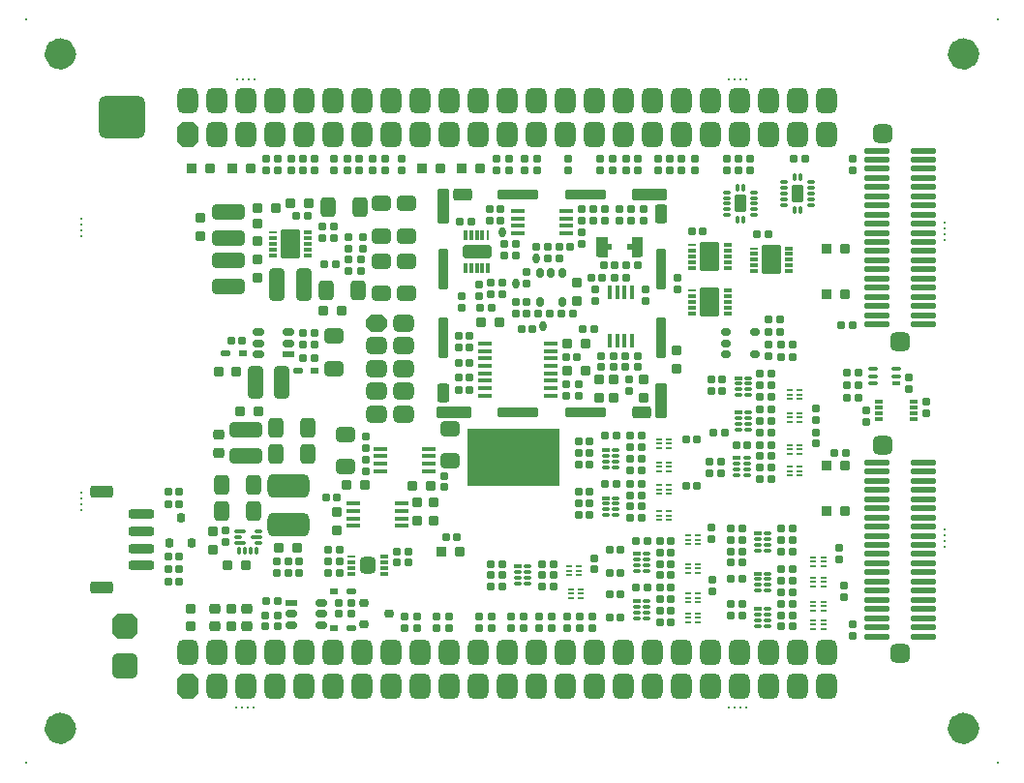
<source format=gbr>
%TF.GenerationSoftware,Altium Limited,Altium Designer,25.3.3 (18)*%
G04 Layer_Color=8388736*
%FSLAX45Y45*%
%MOMM*%
%TF.SameCoordinates,95E4F6BA-DA47-4B25-BB43-2529A7C35442*%
%TF.FilePolarity,Negative*%
%TF.FileFunction,Soldermask,Top*%
%TF.Part,CustomerPanel*%
G01*
G75*
%TA.AperFunction,SMDPad,CuDef*%
G04:AMPARAMS|DCode=97|XSize=1.73mm|YSize=1.33mm|CornerRadius=0.3525mm|HoleSize=0mm|Usage=FLASHONLY|Rotation=0.000|XOffset=0mm|YOffset=0mm|HoleType=Round|Shape=RoundedRectangle|*
%AMROUNDEDRECTD97*
21,1,1.73000,0.62500,0,0,0.0*
21,1,1.02500,1.33000,0,0,0.0*
1,1,0.70500,0.51250,-0.31250*
1,1,0.70500,-0.51250,-0.31250*
1,1,0.70500,-0.51250,0.31250*
1,1,0.70500,0.51250,0.31250*
%
%ADD97ROUNDEDRECTD97*%
G04:AMPARAMS|DCode=98|XSize=1.73mm|YSize=1.33mm|CornerRadius=0.3525mm|HoleSize=0mm|Usage=FLASHONLY|Rotation=90.000|XOffset=0mm|YOffset=0mm|HoleType=Round|Shape=RoundedRectangle|*
%AMROUNDEDRECTD98*
21,1,1.73000,0.62500,0,0,90.0*
21,1,1.02500,1.33000,0,0,90.0*
1,1,0.70500,0.31250,0.51250*
1,1,0.70500,0.31250,-0.51250*
1,1,0.70500,-0.31250,-0.51250*
1,1,0.70500,-0.31250,0.51250*
%
%ADD98ROUNDEDRECTD98*%
%TA.AperFunction,WasherPad*%
G04:AMPARAMS|DCode=99|XSize=0.2032mm|YSize=0.2032mm|CornerRadius=0mm|HoleSize=0mm|Usage=FLASHONLY|Rotation=270.000|XOffset=0mm|YOffset=0mm|HoleType=Round|Shape=RoundedRectangle|*
%AMROUNDEDRECTD99*
21,1,0.20320,0.20320,0,0,270.0*
21,1,0.20320,0.20320,0,0,270.0*
1,1,0.00000,-0.10160,-0.10160*
1,1,0.00000,-0.10160,0.10160*
1,1,0.00000,0.10160,0.10160*
1,1,0.00000,0.10160,-0.10160*
%
%ADD99ROUNDEDRECTD99*%
G04:AMPARAMS|DCode=100|XSize=0.2032mm|YSize=0.2032mm|CornerRadius=0mm|HoleSize=0mm|Usage=FLASHONLY|Rotation=0.000|XOffset=0mm|YOffset=0mm|HoleType=Round|Shape=RoundedRectangle|*
%AMROUNDEDRECTD100*
21,1,0.20320,0.20320,0,0,0.0*
21,1,0.20320,0.20320,0,0,0.0*
1,1,0.00000,0.10160,-0.10160*
1,1,0.00000,-0.10160,-0.10160*
1,1,0.00000,-0.10160,0.10160*
1,1,0.00000,0.10160,0.10160*
%
%ADD100ROUNDEDRECTD100*%
%TA.AperFunction,ComponentPad*%
G04:AMPARAMS|DCode=101|XSize=1.63mm|YSize=1.68mm|CornerRadius=0.4275mm|HoleSize=0mm|Usage=FLASHONLY|Rotation=270.000|XOffset=0mm|YOffset=0mm|HoleType=Round|Shape=RoundedRectangle|*
%AMROUNDEDRECTD101*
21,1,1.63000,0.82500,0,0,270.0*
21,1,0.77500,1.68000,0,0,270.0*
1,1,0.85500,-0.41250,-0.38750*
1,1,0.85500,-0.41250,0.38750*
1,1,0.85500,0.41250,0.38750*
1,1,0.85500,0.41250,-0.38750*
%
%ADD101ROUNDEDRECTD101*%
G04:AMPARAMS|DCode=102|XSize=1.78mm|YSize=2.18mm|CornerRadius=0mm|HoleSize=0mm|Usage=FLASHONLY|Rotation=0.000|XOffset=0mm|YOffset=0mm|HoleType=Round|Shape=Octagon|*
%AMOCTAGOND102*
4,1,8,-0.44500,1.09000,0.44500,1.09000,0.89000,0.64500,0.89000,-0.64500,0.44500,-1.09000,-0.44500,-1.09000,-0.89000,-0.64500,-0.89000,0.64500,-0.44500,1.09000,0.0*
%
%ADD102OCTAGOND102*%

G04:AMPARAMS|DCode=103|XSize=1.78mm|YSize=2.18mm|CornerRadius=0.465mm|HoleSize=0mm|Usage=FLASHONLY|Rotation=0.000|XOffset=0mm|YOffset=0mm|HoleType=Round|Shape=RoundedRectangle|*
%AMROUNDEDRECTD103*
21,1,1.78000,1.25001,0,0,0.0*
21,1,0.85000,2.18000,0,0,0.0*
1,1,0.93000,0.42500,-0.62500*
1,1,0.93000,-0.42500,-0.62500*
1,1,0.93000,-0.42500,0.62500*
1,1,0.93000,0.42500,0.62500*
%
%ADD103ROUNDEDRECTD103*%
G04:AMPARAMS|DCode=104|XSize=1.48mm|YSize=1.78mm|CornerRadius=0.39mm|HoleSize=0mm|Usage=FLASHONLY|Rotation=270.000|XOffset=0mm|YOffset=0mm|HoleType=Round|Shape=RoundedRectangle|*
%AMROUNDEDRECTD104*
21,1,1.48000,1.00000,0,0,270.0*
21,1,0.70000,1.78000,0,0,270.0*
1,1,0.78000,-0.50000,-0.35000*
1,1,0.78000,-0.50000,0.35000*
1,1,0.78000,0.50000,0.35000*
1,1,0.78000,0.50000,-0.35000*
%
%ADD104ROUNDEDRECTD104*%
G04:AMPARAMS|DCode=105|XSize=1.48mm|YSize=1.78mm|CornerRadius=0mm|HoleSize=0mm|Usage=FLASHONLY|Rotation=270.000|XOffset=0mm|YOffset=0mm|HoleType=Round|Shape=Octagon|*
%AMOCTAGOND105*
4,1,8,0.89000,0.37000,0.89000,-0.37000,0.52000,-0.74000,-0.52000,-0.74000,-0.89000,-0.37000,-0.89000,0.37000,-0.52000,0.74000,0.52000,0.74000,0.89000,0.37000,0.0*
%
%ADD105OCTAGOND105*%

G04:AMPARAMS|DCode=106|XSize=4.08mm|YSize=3.68mm|CornerRadius=0.58mm|HoleSize=0mm|Usage=FLASHONLY|Rotation=0.000|XOffset=0mm|YOffset=0mm|HoleType=Round|Shape=RoundedRectangle|*
%AMROUNDEDRECTD106*
21,1,4.08000,2.52000,0,0,0.0*
21,1,2.92000,3.68000,0,0,0.0*
1,1,1.16000,1.46000,-1.26000*
1,1,1.16000,-1.46000,-1.26000*
1,1,1.16000,-1.46000,1.26000*
1,1,1.16000,1.46000,1.26000*
%
%ADD106ROUNDEDRECTD106*%
G04:AMPARAMS|DCode=107|XSize=2.28mm|YSize=2.28mm|CornerRadius=0.59mm|HoleSize=0mm|Usage=FLASHONLY|Rotation=270.000|XOffset=0mm|YOffset=0mm|HoleType=Round|Shape=RoundedRectangle|*
%AMROUNDEDRECTD107*
21,1,2.28000,1.10000,0,0,270.0*
21,1,1.10000,2.28000,0,0,270.0*
1,1,1.18000,-0.55000,-0.55000*
1,1,1.18000,-0.55000,0.55000*
1,1,1.18000,0.55000,0.55000*
1,1,1.18000,0.55000,-0.55000*
%
%ADD107ROUNDEDRECTD107*%
G04:AMPARAMS|DCode=108|XSize=2.28mm|YSize=2.28mm|CornerRadius=0mm|HoleSize=0mm|Usage=FLASHONLY|Rotation=270.000|XOffset=0mm|YOffset=0mm|HoleType=Round|Shape=Octagon|*
%AMOCTAGOND108*
4,1,8,-0.57000,-1.14000,0.57000,-1.14000,1.14000,-0.57000,1.14000,0.57000,0.57000,1.14000,-0.57000,1.14000,-1.14000,0.57000,-1.14000,-0.57000,-0.57000,-1.14000,0.0*
%
%ADD108OCTAGOND108*%

%TA.AperFunction,OtherPad,Pad P2-5 (11.624mm,28.7mm)*%
G04:AMPARAMS|DCode=578|XSize=2mm|YSize=1.1mm|CornerRadius=0.275mm|HoleSize=0mm|Usage=FLASHONLY|Rotation=180.000|XOffset=0mm|YOffset=0mm|HoleType=Round|Shape=RoundedRectangle|*
%AMROUNDEDRECTD578*
21,1,2.00000,0.55000,0,0,180.0*
21,1,1.45000,1.10000,0,0,180.0*
1,1,0.55000,-0.72500,0.27500*
1,1,0.55000,0.72500,0.27500*
1,1,0.55000,0.72500,-0.27500*
1,1,0.55000,-0.72500,-0.27500*
%
%ADD578ROUNDEDRECTD578*%
%TA.AperFunction,OtherPad,Pad P2-5 (11.624mm,20.3mm)*%
G04:AMPARAMS|DCode=579|XSize=2mm|YSize=1.1mm|CornerRadius=0.275mm|HoleSize=0mm|Usage=FLASHONLY|Rotation=180.000|XOffset=0mm|YOffset=0mm|HoleType=Round|Shape=RoundedRectangle|*
%AMROUNDEDRECTD579*
21,1,2.00000,0.55000,0,0,180.0*
21,1,1.45000,1.10000,0,0,180.0*
1,1,0.55000,-0.72500,0.27500*
1,1,0.55000,0.72500,0.27500*
1,1,0.55000,0.72500,-0.27500*
1,1,0.55000,-0.72500,-0.27500*
%
%ADD579ROUNDEDRECTD579*%
%TA.AperFunction,NonConductor*%
%ADD580C,2.14000*%
%TA.AperFunction,SMDPad,CuDef*%
%ADD581R,0.54000X0.17000*%
G04:AMPARAMS|DCode=582|XSize=0.17mm|YSize=0.54mm|CornerRadius=0.0475mm|HoleSize=0mm|Usage=FLASHONLY|Rotation=90.000|XOffset=0mm|YOffset=0mm|HoleType=Round|Shape=RoundedRectangle|*
%AMROUNDEDRECTD582*
21,1,0.17000,0.44500,0,0,90.0*
21,1,0.07500,0.54000,0,0,90.0*
1,1,0.09500,0.22250,0.03750*
1,1,0.09500,0.22250,-0.03750*
1,1,0.09500,-0.22250,-0.03750*
1,1,0.09500,-0.22250,0.03750*
%
%ADD582ROUNDEDRECTD582*%
G04:AMPARAMS|DCode=583|XSize=0.29mm|YSize=0.76mm|CornerRadius=0.0875mm|HoleSize=0mm|Usage=FLASHONLY|Rotation=90.000|XOffset=0mm|YOffset=0mm|HoleType=Round|Shape=RoundedRectangle|*
%AMROUNDEDRECTD583*
21,1,0.29000,0.58500,0,0,90.0*
21,1,0.11500,0.76000,0,0,90.0*
1,1,0.17500,0.29250,0.05750*
1,1,0.17500,0.29250,-0.05750*
1,1,0.17500,-0.29250,-0.05750*
1,1,0.17500,-0.29250,0.05750*
%
%ADD583ROUNDEDRECTD583*%
G04:AMPARAMS|DCode=584|XSize=2.56mm|YSize=1.71mm|CornerRadius=0.195mm|HoleSize=0mm|Usage=FLASHONLY|Rotation=90.000|XOffset=0mm|YOffset=0mm|HoleType=Round|Shape=RoundedRectangle|*
%AMROUNDEDRECTD584*
21,1,2.56000,1.32000,0,0,90.0*
21,1,2.17000,1.71000,0,0,90.0*
1,1,0.39000,0.66000,1.08500*
1,1,0.39000,0.66000,-1.08500*
1,1,0.39000,-0.66000,-1.08500*
1,1,0.39000,-0.66000,1.08500*
%
%ADD584ROUNDEDRECTD584*%
%ADD585R,0.76000X0.29000*%
G04:AMPARAMS|DCode=586|XSize=0.63mm|YSize=0.88mm|CornerRadius=0.1775mm|HoleSize=0mm|Usage=FLASHONLY|Rotation=0.000|XOffset=0mm|YOffset=0mm|HoleType=Round|Shape=RoundedRectangle|*
%AMROUNDEDRECTD586*
21,1,0.63000,0.52500,0,0,0.0*
21,1,0.27500,0.88000,0,0,0.0*
1,1,0.35500,0.13750,-0.26250*
1,1,0.35500,-0.13750,-0.26250*
1,1,0.35500,-0.13750,0.26250*
1,1,0.35500,0.13750,0.26250*
%
%ADD586ROUNDEDRECTD586*%
G04:AMPARAMS|DCode=587|XSize=0.29mm|YSize=0.73mm|CornerRadius=0.0875mm|HoleSize=0mm|Usage=FLASHONLY|Rotation=90.000|XOffset=0mm|YOffset=0mm|HoleType=Round|Shape=RoundedRectangle|*
%AMROUNDEDRECTD587*
21,1,0.29000,0.55500,0,0,90.0*
21,1,0.11500,0.73000,0,0,90.0*
1,1,0.17500,0.27750,0.05750*
1,1,0.17500,0.27750,-0.05750*
1,1,0.17500,-0.27750,-0.05750*
1,1,0.17500,-0.27750,0.05750*
%
%ADD587ROUNDEDRECTD587*%
G04:AMPARAMS|DCode=588|XSize=0.29mm|YSize=0.73mm|CornerRadius=0.0875mm|HoleSize=0mm|Usage=FLASHONLY|Rotation=0.000|XOffset=0mm|YOffset=0mm|HoleType=Round|Shape=RoundedRectangle|*
%AMROUNDEDRECTD588*
21,1,0.29000,0.55500,0,0,0.0*
21,1,0.11500,0.73000,0,0,0.0*
1,1,0.17500,0.05750,-0.27750*
1,1,0.17500,-0.05750,-0.27750*
1,1,0.17500,-0.05750,0.27750*
1,1,0.17500,0.05750,0.27750*
%
%ADD588ROUNDEDRECTD588*%
G04:AMPARAMS|DCode=589|XSize=1.06mm|YSize=1.56mm|CornerRadius=0.28mm|HoleSize=0mm|Usage=FLASHONLY|Rotation=0.000|XOffset=0mm|YOffset=0mm|HoleType=Round|Shape=RoundedRectangle|*
%AMROUNDEDRECTD589*
21,1,1.06000,1.00000,0,0,0.0*
21,1,0.50000,1.56000,0,0,0.0*
1,1,0.56000,0.25000,-0.50000*
1,1,0.56000,-0.25000,-0.50000*
1,1,0.56000,-0.25000,0.50000*
1,1,0.56000,0.25000,0.50000*
%
%ADD589ROUNDEDRECTD589*%
G04:AMPARAMS|DCode=590|XSize=0.3mm|YSize=0.66mm|CornerRadius=0.095mm|HoleSize=0mm|Usage=FLASHONLY|Rotation=90.000|XOffset=0mm|YOffset=0mm|HoleType=Round|Shape=RoundedRectangle|*
%AMROUNDEDRECTD590*
21,1,0.30000,0.47000,0,0,90.0*
21,1,0.11000,0.66000,0,0,90.0*
1,1,0.19000,0.23500,0.05500*
1,1,0.19000,0.23500,-0.05500*
1,1,0.19000,-0.23500,-0.05500*
1,1,0.19000,-0.23500,0.05500*
%
%ADD590ROUNDEDRECTD590*%
%ADD591R,0.66000X0.30000*%
G04:AMPARAMS|DCode=592|XSize=0.41mm|YSize=1.21mm|CornerRadius=0.1175mm|HoleSize=0mm|Usage=FLASHONLY|Rotation=90.000|XOffset=0mm|YOffset=0mm|HoleType=Round|Shape=RoundedRectangle|*
%AMROUNDEDRECTD592*
21,1,0.41000,0.97500,0,0,90.0*
21,1,0.17500,1.21000,0,0,90.0*
1,1,0.23500,0.48750,0.08750*
1,1,0.23500,0.48750,-0.08750*
1,1,0.23500,-0.48750,-0.08750*
1,1,0.23500,-0.48750,0.08750*
%
%ADD592ROUNDEDRECTD592*%
%ADD593R,1.21000X0.41000*%
G04:AMPARAMS|DCode=594|XSize=0.63mm|YSize=0.98mm|CornerRadius=0.1775mm|HoleSize=0mm|Usage=FLASHONLY|Rotation=270.000|XOffset=0mm|YOffset=0mm|HoleType=Round|Shape=RoundedRectangle|*
%AMROUNDEDRECTD594*
21,1,0.63000,0.62500,0,0,270.0*
21,1,0.27500,0.98000,0,0,270.0*
1,1,0.35500,-0.31250,-0.13750*
1,1,0.35500,-0.31250,0.13750*
1,1,0.35500,0.31250,0.13750*
1,1,0.35500,0.31250,-0.13750*
%
%ADD594ROUNDEDRECTD594*%
%ADD595R,0.98000X0.63000*%
G04:AMPARAMS|DCode=596|XSize=1.46mm|YSize=1.36mm|CornerRadius=0.355mm|HoleSize=0mm|Usage=FLASHONLY|Rotation=90.000|XOffset=0mm|YOffset=0mm|HoleType=Round|Shape=RoundedRectangle|*
%AMROUNDEDRECTD596*
21,1,1.46000,0.65000,0,0,90.0*
21,1,0.75000,1.36000,0,0,90.0*
1,1,0.71000,0.32500,0.37500*
1,1,0.71000,0.32500,-0.37500*
1,1,0.71000,-0.32500,-0.37500*
1,1,0.71000,-0.32500,0.37500*
%
%ADD596ROUNDEDRECTD596*%
%ADD597R,0.78000X0.41000*%
G04:AMPARAMS|DCode=598|XSize=0.41mm|YSize=0.78mm|CornerRadius=0.1225mm|HoleSize=0mm|Usage=FLASHONLY|Rotation=270.000|XOffset=0mm|YOffset=0mm|HoleType=Round|Shape=RoundedRectangle|*
%AMROUNDEDRECTD598*
21,1,0.41000,0.53500,0,0,270.0*
21,1,0.16500,0.78000,0,0,270.0*
1,1,0.24500,-0.26750,-0.08250*
1,1,0.24500,-0.26750,0.08250*
1,1,0.24500,0.26750,0.08250*
1,1,0.24500,0.26750,-0.08250*
%
%ADD598ROUNDEDRECTD598*%
G04:AMPARAMS|DCode=599|XSize=0.3mm|YSize=0.75mm|CornerRadius=0.0875mm|HoleSize=0mm|Usage=FLASHONLY|Rotation=90.000|XOffset=0mm|YOffset=0mm|HoleType=Round|Shape=RoundedRectangle|*
%AMROUNDEDRECTD599*
21,1,0.30000,0.57500,0,0,90.0*
21,1,0.12500,0.75000,0,0,90.0*
1,1,0.17500,0.28750,0.06250*
1,1,0.17500,0.28750,-0.06250*
1,1,0.17500,-0.28750,-0.06250*
1,1,0.17500,-0.28750,0.06250*
%
%ADD599ROUNDEDRECTD599*%
%ADD600R,0.75000X0.30000*%
G04:AMPARAMS|DCode=601|XSize=0.63mm|YSize=0.88mm|CornerRadius=0.1775mm|HoleSize=0mm|Usage=FLASHONLY|Rotation=90.000|XOffset=0mm|YOffset=0mm|HoleType=Round|Shape=RoundedRectangle|*
%AMROUNDEDRECTD601*
21,1,0.63000,0.52500,0,0,90.0*
21,1,0.27500,0.88000,0,0,90.0*
1,1,0.35500,0.26250,0.13750*
1,1,0.35500,0.26250,-0.13750*
1,1,0.35500,-0.26250,-0.13750*
1,1,0.35500,-0.26250,0.13750*
%
%ADD601ROUNDEDRECTD601*%
G04:AMPARAMS|DCode=602|XSize=0.3mm|YSize=0.63mm|CornerRadius=0.095mm|HoleSize=0mm|Usage=FLASHONLY|Rotation=180.000|XOffset=0mm|YOffset=0mm|HoleType=Round|Shape=RoundedRectangle|*
%AMROUNDEDRECTD602*
21,1,0.30000,0.44000,0,0,180.0*
21,1,0.11000,0.63000,0,0,180.0*
1,1,0.19000,-0.05500,0.22000*
1,1,0.19000,0.05500,0.22000*
1,1,0.19000,0.05500,-0.22000*
1,1,0.19000,-0.05500,-0.22000*
%
%ADD602ROUNDEDRECTD602*%
G04:AMPARAMS|DCode=603|XSize=0.28mm|YSize=1.08mm|CornerRadius=0.09mm|HoleSize=0mm|Usage=FLASHONLY|Rotation=270.000|XOffset=0mm|YOffset=0mm|HoleType=Round|Shape=RoundedRectangle|*
%AMROUNDEDRECTD603*
21,1,0.28000,0.90000,0,0,270.0*
21,1,0.10000,1.08000,0,0,270.0*
1,1,0.18000,-0.45000,-0.05000*
1,1,0.18000,-0.45000,0.05000*
1,1,0.18000,0.45000,0.05000*
1,1,0.18000,0.45000,-0.05000*
%
%ADD603ROUNDEDRECTD603*%
G04:AMPARAMS|DCode=604|XSize=0.28mm|YSize=0.73mm|CornerRadius=0.09mm|HoleSize=0mm|Usage=FLASHONLY|Rotation=270.000|XOffset=0mm|YOffset=0mm|HoleType=Round|Shape=RoundedRectangle|*
%AMROUNDEDRECTD604*
21,1,0.28000,0.55000,0,0,270.0*
21,1,0.10000,0.73000,0,0,270.0*
1,1,0.18000,-0.27500,-0.05000*
1,1,0.18000,-0.27500,0.05000*
1,1,0.18000,0.27500,0.05000*
1,1,0.18000,0.27500,-0.05000*
%
%ADD604ROUNDEDRECTD604*%
%ADD605R,1.26000X0.41000*%
G04:AMPARAMS|DCode=606|XSize=0.41mm|YSize=1.26mm|CornerRadius=0.1175mm|HoleSize=0mm|Usage=FLASHONLY|Rotation=270.000|XOffset=0mm|YOffset=0mm|HoleType=Round|Shape=RoundedRectangle|*
%AMROUNDEDRECTD606*
21,1,0.41000,1.02500,0,0,270.0*
21,1,0.17500,1.26000,0,0,270.0*
1,1,0.23500,-0.51250,-0.08750*
1,1,0.23500,-0.51250,0.08750*
1,1,0.23500,0.51250,0.08750*
1,1,0.23500,0.51250,-0.08750*
%
%ADD606ROUNDEDRECTD606*%
G04:AMPARAMS|DCode=607|XSize=0.41mm|YSize=1.21mm|CornerRadius=0.1175mm|HoleSize=0mm|Usage=FLASHONLY|Rotation=0.000|XOffset=0mm|YOffset=0mm|HoleType=Round|Shape=RoundedRectangle|*
%AMROUNDEDRECTD607*
21,1,0.41000,0.97500,0,0,0.0*
21,1,0.17500,1.21000,0,0,0.0*
1,1,0.23500,0.08750,-0.48750*
1,1,0.23500,-0.08750,-0.48750*
1,1,0.23500,-0.08750,0.48750*
1,1,0.23500,0.08750,0.48750*
%
%ADD607ROUNDEDRECTD607*%
%ADD608R,0.41000X1.21000*%
G04:AMPARAMS|DCode=609|XSize=2.61mm|YSize=1.16mm|CornerRadius=0.305mm|HoleSize=0mm|Usage=FLASHONLY|Rotation=0.000|XOffset=0mm|YOffset=0mm|HoleType=Round|Shape=RoundedRectangle|*
%AMROUNDEDRECTD609*
21,1,2.61000,0.55000,0,0,0.0*
21,1,2.00000,1.16000,0,0,0.0*
1,1,0.61000,1.00000,-0.27500*
1,1,0.61000,-1.00000,-0.27500*
1,1,0.61000,-1.00000,0.27500*
1,1,0.61000,1.00000,0.27500*
%
%ADD609ROUNDEDRECTD609*%
G04:AMPARAMS|DCode=610|XSize=0.29mm|YSize=0.91mm|CornerRadius=0.0875mm|HoleSize=0mm|Usage=FLASHONLY|Rotation=0.000|XOffset=0mm|YOffset=0mm|HoleType=Round|Shape=RoundedRectangle|*
%AMROUNDEDRECTD610*
21,1,0.29000,0.73500,0,0,0.0*
21,1,0.11500,0.91000,0,0,0.0*
1,1,0.17500,0.05750,-0.36750*
1,1,0.17500,-0.05750,-0.36750*
1,1,0.17500,-0.05750,0.36750*
1,1,0.17500,0.05750,0.36750*
%
%ADD610ROUNDEDRECTD610*%
%ADD611R,0.29000X0.91000*%
%ADD612O,0.68000X0.88000*%
G04:AMPARAMS|DCode=613|XSize=0.68mm|YSize=0.78mm|CornerRadius=0.19mm|HoleSize=0mm|Usage=FLASHONLY|Rotation=180.000|XOffset=0mm|YOffset=0mm|HoleType=Round|Shape=RoundedRectangle|*
%AMROUNDEDRECTD613*
21,1,0.68000,0.40000,0,0,180.0*
21,1,0.30000,0.78000,0,0,180.0*
1,1,0.38000,-0.15000,0.20000*
1,1,0.38000,0.15000,0.20000*
1,1,0.38000,0.15000,-0.20000*
1,1,0.38000,-0.15000,-0.20000*
%
%ADD613ROUNDEDRECTD613*%
G04:AMPARAMS|DCode=614|XSize=0.68mm|YSize=0.78mm|CornerRadius=0.19mm|HoleSize=0mm|Usage=FLASHONLY|Rotation=90.000|XOffset=0mm|YOffset=0mm|HoleType=Round|Shape=RoundedRectangle|*
%AMROUNDEDRECTD614*
21,1,0.68000,0.40000,0,0,90.0*
21,1,0.30000,0.78000,0,0,90.0*
1,1,0.38000,0.20000,0.15000*
1,1,0.38000,0.20000,-0.15000*
1,1,0.38000,-0.20000,-0.15000*
1,1,0.38000,-0.20000,0.15000*
%
%ADD614ROUNDEDRECTD614*%
G04:AMPARAMS|DCode=615|XSize=0.68mm|YSize=0.68mm|CornerRadius=0.19mm|HoleSize=0mm|Usage=FLASHONLY|Rotation=0.000|XOffset=0mm|YOffset=0mm|HoleType=Round|Shape=RoundedRectangle|*
%AMROUNDEDRECTD615*
21,1,0.68000,0.30000,0,0,0.0*
21,1,0.30000,0.68000,0,0,0.0*
1,1,0.38000,0.15000,-0.15000*
1,1,0.38000,-0.15000,-0.15000*
1,1,0.38000,-0.15000,0.15000*
1,1,0.38000,0.15000,0.15000*
%
%ADD615ROUNDEDRECTD615*%
G04:AMPARAMS|DCode=616|XSize=0.68mm|YSize=0.68mm|CornerRadius=0.19mm|HoleSize=0mm|Usage=FLASHONLY|Rotation=270.000|XOffset=0mm|YOffset=0mm|HoleType=Round|Shape=RoundedRectangle|*
%AMROUNDEDRECTD616*
21,1,0.68000,0.30000,0,0,270.0*
21,1,0.30000,0.68000,0,0,270.0*
1,1,0.38000,-0.15000,-0.15000*
1,1,0.38000,-0.15000,0.15000*
1,1,0.38000,0.15000,0.15000*
1,1,0.38000,0.15000,-0.15000*
%
%ADD616ROUNDEDRECTD616*%
G04:AMPARAMS|DCode=617|XSize=0.98mm|YSize=0.88mm|CornerRadius=0.24mm|HoleSize=0mm|Usage=FLASHONLY|Rotation=180.000|XOffset=0mm|YOffset=0mm|HoleType=Round|Shape=RoundedRectangle|*
%AMROUNDEDRECTD617*
21,1,0.98000,0.40000,0,0,180.0*
21,1,0.50000,0.88000,0,0,180.0*
1,1,0.48000,-0.25000,0.20000*
1,1,0.48000,0.25000,0.20000*
1,1,0.48000,0.25000,-0.20000*
1,1,0.48000,-0.25000,-0.20000*
%
%ADD617ROUNDEDRECTD617*%
%ADD618R,1.00000X0.54000*%
%ADD619O,0.38000X1.78000*%
G04:AMPARAMS|DCode=620|XSize=2.28mm|YSize=0.58mm|CornerRadius=0.165mm|HoleSize=0mm|Usage=FLASHONLY|Rotation=180.000|XOffset=0mm|YOffset=0mm|HoleType=Round|Shape=RoundedRectangle|*
%AMROUNDEDRECTD620*
21,1,2.28000,0.25000,0,0,180.0*
21,1,1.95000,0.58000,0,0,180.0*
1,1,0.33000,-0.97500,0.12500*
1,1,0.33000,0.97500,0.12500*
1,1,0.33000,0.97500,-0.12500*
1,1,0.33000,-0.97500,-0.12500*
%
%ADD620ROUNDEDRECTD620*%
G04:AMPARAMS|DCode=621|XSize=2.28mm|YSize=0.78mm|CornerRadius=0.215mm|HoleSize=0mm|Usage=FLASHONLY|Rotation=180.000|XOffset=0mm|YOffset=0mm|HoleType=Round|Shape=RoundedRectangle|*
%AMROUNDEDRECTD621*
21,1,2.28000,0.35000,0,0,180.0*
21,1,1.85000,0.78000,0,0,180.0*
1,1,0.43000,-0.92500,0.17500*
1,1,0.43000,0.92500,0.17500*
1,1,0.43000,0.92500,-0.17500*
1,1,0.43000,-0.92500,-0.17500*
%
%ADD621ROUNDEDRECTD621*%
G04:AMPARAMS|DCode=622|XSize=3.08mm|YSize=1.08mm|CornerRadius=0.29mm|HoleSize=0mm|Usage=FLASHONLY|Rotation=90.000|XOffset=0mm|YOffset=0mm|HoleType=Round|Shape=RoundedRectangle|*
%AMROUNDEDRECTD622*
21,1,3.08000,0.50000,0,0,90.0*
21,1,2.50000,1.08000,0,0,90.0*
1,1,0.58000,0.25000,1.25000*
1,1,0.58000,0.25000,-1.25000*
1,1,0.58000,-0.25000,-1.25000*
1,1,0.58000,-0.25000,1.25000*
%
%ADD622ROUNDEDRECTD622*%
%TA.AperFunction,SMDPad,SMDef*%
G04:AMPARAMS|DCode=623|XSize=3.6mm|YSize=0.8mm|CornerRadius=0.15mm|HoleSize=0mm|Usage=FLASHONLY|Rotation=90.000|XOffset=0mm|YOffset=0mm|HoleType=Round|Shape=RoundedRectangle|*
%AMROUNDEDRECTD623*
21,1,3.60000,0.50000,0,0,90.0*
21,1,3.30000,0.80000,0,0,90.0*
1,1,0.30000,0.25000,1.65000*
1,1,0.30000,0.25000,-1.65000*
1,1,0.30000,-0.25000,-1.65000*
1,1,0.30000,-0.25000,1.65000*
%
%ADD623ROUNDEDRECTD623*%
%TA.AperFunction,SMDPad,CuDef*%
G04:AMPARAMS|DCode=624|XSize=1.68mm|YSize=1.08mm|CornerRadius=0.29mm|HoleSize=0mm|Usage=FLASHONLY|Rotation=180.000|XOffset=0mm|YOffset=0mm|HoleType=Round|Shape=RoundedRectangle|*
%AMROUNDEDRECTD624*
21,1,1.68000,0.50000,0,0,180.0*
21,1,1.10000,1.08000,0,0,180.0*
1,1,0.58000,-0.55000,0.25000*
1,1,0.58000,0.55000,0.25000*
1,1,0.58000,0.55000,-0.25000*
1,1,0.58000,-0.55000,-0.25000*
%
%ADD624ROUNDEDRECTD624*%
G04:AMPARAMS|DCode=625|XSize=3.08mm|YSize=1.08mm|CornerRadius=0.29mm|HoleSize=0mm|Usage=FLASHONLY|Rotation=0.000|XOffset=0mm|YOffset=0mm|HoleType=Round|Shape=RoundedRectangle|*
%AMROUNDEDRECTD625*
21,1,3.08000,0.50000,0,0,0.0*
21,1,2.50000,1.08000,0,0,0.0*
1,1,0.58000,1.25000,-0.25000*
1,1,0.58000,-1.25000,-0.25000*
1,1,0.58000,-1.25000,0.25000*
1,1,0.58000,1.25000,0.25000*
%
%ADD625ROUNDEDRECTD625*%
%TA.AperFunction,SMDPad,SMDef*%
G04:AMPARAMS|DCode=626|XSize=3.596mm|YSize=0.796mm|CornerRadius=0.148mm|HoleSize=0mm|Usage=FLASHONLY|Rotation=0.000|XOffset=0mm|YOffset=0mm|HoleType=Round|Shape=RoundedRectangle|*
%AMROUNDEDRECTD626*
21,1,3.59600,0.50000,0,0,0.0*
21,1,3.30000,0.79600,0,0,0.0*
1,1,0.29600,1.65000,-0.25000*
1,1,0.29600,-1.65000,-0.25000*
1,1,0.29600,-1.65000,0.25000*
1,1,0.29600,1.65000,0.25000*
%
%ADD626ROUNDEDRECTD626*%
G04:AMPARAMS|DCode=627|XSize=3.6mm|YSize=0.8mm|CornerRadius=0.15mm|HoleSize=0mm|Usage=FLASHONLY|Rotation=0.000|XOffset=0mm|YOffset=0mm|HoleType=Round|Shape=RoundedRectangle|*
%AMROUNDEDRECTD627*
21,1,3.60000,0.50000,0,0,0.0*
21,1,3.30000,0.80000,0,0,0.0*
1,1,0.30000,1.65000,-0.25000*
1,1,0.30000,-1.65000,-0.25000*
1,1,0.30000,-1.65000,0.25000*
1,1,0.30000,1.65000,0.25000*
%
%ADD627ROUNDEDRECTD627*%
%TA.AperFunction,SMDPad,CuDef*%
G04:AMPARAMS|DCode=628|XSize=1.68mm|YSize=1.08mm|CornerRadius=0.29mm|HoleSize=0mm|Usage=FLASHONLY|Rotation=90.000|XOffset=0mm|YOffset=0mm|HoleType=Round|Shape=RoundedRectangle|*
%AMROUNDEDRECTD628*
21,1,1.68000,0.50000,0,0,90.0*
21,1,1.10000,1.08000,0,0,90.0*
1,1,0.58000,0.25000,0.55000*
1,1,0.58000,0.25000,-0.55000*
1,1,0.58000,-0.25000,-0.55000*
1,1,0.58000,-0.25000,0.55000*
%
%ADD628ROUNDEDRECTD628*%
G04:AMPARAMS|DCode=629|XSize=2.88mm|YSize=1.38mm|CornerRadius=0.365mm|HoleSize=0mm|Usage=FLASHONLY|Rotation=90.000|XOffset=0mm|YOffset=0mm|HoleType=Round|Shape=RoundedRectangle|*
%AMROUNDEDRECTD629*
21,1,2.88000,0.65000,0,0,90.0*
21,1,2.15000,1.38000,0,0,90.0*
1,1,0.73000,0.32500,1.07500*
1,1,0.73000,0.32500,-1.07500*
1,1,0.73000,-0.32500,-1.07500*
1,1,0.73000,-0.32500,1.07500*
%
%ADD629ROUNDEDRECTD629*%
G04:AMPARAMS|DCode=630|XSize=2.88mm|YSize=1.38mm|CornerRadius=0.365mm|HoleSize=0mm|Usage=FLASHONLY|Rotation=0.000|XOffset=0mm|YOffset=0mm|HoleType=Round|Shape=RoundedRectangle|*
%AMROUNDEDRECTD630*
21,1,2.88000,0.65000,0,0,0.0*
21,1,2.15000,1.38000,0,0,0.0*
1,1,0.73000,1.07500,-0.32500*
1,1,0.73000,-1.07500,-0.32500*
1,1,0.73000,-1.07500,0.32500*
1,1,0.73000,1.07500,0.32500*
%
%ADD630ROUNDEDRECTD630*%
G04:AMPARAMS|DCode=631|XSize=3.68mm|YSize=2.08mm|CornerRadius=0.54mm|HoleSize=0mm|Usage=FLASHONLY|Rotation=180.000|XOffset=0mm|YOffset=0mm|HoleType=Round|Shape=RoundedRectangle|*
%AMROUNDEDRECTD631*
21,1,3.68000,1.00000,0,0,180.0*
21,1,2.60000,2.08000,0,0,180.0*
1,1,1.08000,-1.30000,0.50000*
1,1,1.08000,1.30000,0.50000*
1,1,1.08000,1.30000,-0.50000*
1,1,1.08000,-1.30000,-0.50000*
%
%ADD631ROUNDEDRECTD631*%
%ADD632R,0.88000X0.88000*%
G04:AMPARAMS|DCode=633|XSize=0.88mm|YSize=0.88mm|CornerRadius=0.24mm|HoleSize=0mm|Usage=FLASHONLY|Rotation=90.000|XOffset=0mm|YOffset=0mm|HoleType=Round|Shape=RoundedRectangle|*
%AMROUNDEDRECTD633*
21,1,0.88000,0.40000,0,0,90.0*
21,1,0.40000,0.88000,0,0,90.0*
1,1,0.48000,0.20000,0.20000*
1,1,0.48000,0.20000,-0.20000*
1,1,0.48000,-0.20000,-0.20000*
1,1,0.48000,-0.20000,0.20000*
%
%ADD633ROUNDEDRECTD633*%
%ADD634R,0.78000X0.58000*%
G04:AMPARAMS|DCode=635|XSize=0.58mm|YSize=0.78mm|CornerRadius=0.165mm|HoleSize=0mm|Usage=FLASHONLY|Rotation=90.000|XOffset=0mm|YOffset=0mm|HoleType=Round|Shape=RoundedRectangle|*
%AMROUNDEDRECTD635*
21,1,0.58000,0.45000,0,0,90.0*
21,1,0.25000,0.78000,0,0,90.0*
1,1,0.33000,0.22500,0.12500*
1,1,0.33000,0.22500,-0.12500*
1,1,0.33000,-0.22500,-0.12500*
1,1,0.33000,-0.22500,0.12500*
%
%ADD635ROUNDEDRECTD635*%
G04:AMPARAMS|DCode=636|XSize=0.88mm|YSize=0.88mm|CornerRadius=0.24mm|HoleSize=0mm|Usage=FLASHONLY|Rotation=180.000|XOffset=0mm|YOffset=0mm|HoleType=Round|Shape=RoundedRectangle|*
%AMROUNDEDRECTD636*
21,1,0.88000,0.40000,0,0,180.0*
21,1,0.40000,0.88000,0,0,180.0*
1,1,0.48000,-0.20000,0.20000*
1,1,0.48000,0.20000,0.20000*
1,1,0.48000,0.20000,-0.20000*
1,1,0.48000,-0.20000,-0.20000*
%
%ADD636ROUNDEDRECTD636*%
G36*
X5878184Y5098942D02*
X5878938Y5098713D01*
X5879633Y5098342D01*
X5880242Y5097842D01*
X5880742Y5097233D01*
X5881113Y5096538D01*
X5881342Y5095784D01*
X5881420Y5095000D01*
Y4925000D01*
X5881342Y4924216D01*
X5881113Y4923462D01*
X5880742Y4922767D01*
X5880242Y4922158D01*
X5879633Y4921658D01*
X5878938Y4921287D01*
X5878184Y4921058D01*
X5877400Y4920981D01*
X5802400D01*
X5801616Y4921058D01*
X5800862Y4921287D01*
X5800167Y4921658D01*
X5799558Y4922158D01*
X5799059Y4922767D01*
X5798687Y4923462D01*
X5798458Y4924216D01*
X5798381Y4925000D01*
Y4982511D01*
X5798458Y4983295D01*
X5798687Y4984049D01*
X5799059Y4984744D01*
X5799558Y4985353D01*
X5800167Y4985853D01*
X5800862Y4986224D01*
X5801616Y4986453D01*
X5802400Y4986531D01*
X5858394D01*
Y5033527D01*
X5802400D01*
X5801616Y5033604D01*
X5800862Y5033833D01*
X5800167Y5034204D01*
X5799558Y5034704D01*
X5799059Y5035313D01*
X5798687Y5036008D01*
X5798458Y5036762D01*
X5798381Y5037546D01*
Y5095000D01*
X5798458Y5095784D01*
X5798687Y5096538D01*
X5799059Y5097233D01*
X5799558Y5097842D01*
X5800167Y5098342D01*
X5800862Y5098713D01*
X5801616Y5098942D01*
X5802400Y5099020D01*
X5877400D01*
X5878184Y5098942D01*
D02*
G37*
G36*
X5583184D02*
X5583939Y5098713D01*
X5584633Y5098342D01*
X5585242Y5097842D01*
X5585742Y5097233D01*
X5586114Y5096538D01*
X5586342Y5095784D01*
X5586420Y5095000D01*
X5586419Y5037505D01*
X5586342Y5036721D01*
X5586113Y5035967D01*
X5585742Y5035272D01*
X5585242Y5034663D01*
X5584633Y5034163D01*
X5583938Y5033792D01*
X5583184Y5033563D01*
X5582400Y5033486D01*
X5526414Y5033485D01*
X5526414Y4986522D01*
X5582400Y4986522D01*
X5583184Y4986445D01*
X5583938Y4986216D01*
X5584633Y4985845D01*
X5585242Y4985345D01*
X5585742Y4984736D01*
X5586113Y4984041D01*
X5586342Y4983287D01*
X5586419Y4982503D01*
X5586420Y4925000D01*
X5586342Y4924216D01*
X5586114Y4923462D01*
X5585742Y4922767D01*
X5585242Y4922158D01*
X5584633Y4921658D01*
X5583939Y4921287D01*
X5583184Y4921058D01*
X5582400Y4920981D01*
X5507400D01*
X5506616Y4921058D01*
X5505862Y4921287D01*
X5505168Y4921658D01*
X5504558Y4922158D01*
X5504059Y4922767D01*
X5503687Y4923462D01*
X5503458Y4924216D01*
X5503381Y4925000D01*
Y5095000D01*
X5503458Y5095784D01*
X5503687Y5096538D01*
X5504059Y5097233D01*
X5504558Y5097842D01*
X5505168Y5098342D01*
X5505862Y5098713D01*
X5506616Y5098942D01*
X5507400Y5099020D01*
X5582400D01*
X5583184Y5098942D01*
D02*
G37*
G36*
X5162400Y2920000D02*
X4362400D01*
X4362400Y3420000D01*
X5162400Y3420000D01*
X5162400Y2920000D01*
D02*
G37*
D97*
X3612400Y5390000D02*
D03*
Y5110000D02*
D03*
X3832400Y4610000D02*
D03*
Y4890000D02*
D03*
X3612400Y4610000D02*
D03*
Y4890000D02*
D03*
X3832400Y5390000D02*
D03*
Y5110000D02*
D03*
X4212400Y3420000D02*
D03*
Y3140000D02*
D03*
X3292400Y3370000D02*
D03*
Y3090000D02*
D03*
X3192400Y4230000D02*
D03*
Y3950000D02*
D03*
D98*
X3402400Y4630000D02*
D03*
X3122400D02*
D03*
X3422400Y5360000D02*
D03*
X3142400D02*
D03*
X2962400Y3430000D02*
D03*
X2682400D02*
D03*
X2962400Y3200000D02*
D03*
X2682400D02*
D03*
X2212400Y2930000D02*
D03*
X2492400D02*
D03*
X2212400Y2700000D02*
D03*
X2492400D02*
D03*
D99*
X981389Y5159417D02*
D03*
Y5209417D02*
D03*
Y5259417D02*
D03*
Y5109417D02*
D03*
Y2759417D02*
D03*
Y2809417D02*
D03*
Y2859417D02*
D03*
Y2709416D02*
D03*
X8538611Y2490583D02*
D03*
Y2440583D02*
D03*
Y2390583D02*
D03*
Y2540583D02*
D03*
Y5170583D02*
D03*
Y5120583D02*
D03*
Y5070583D02*
D03*
Y5220583D02*
D03*
D100*
X2440583Y981389D02*
D03*
X2390583D02*
D03*
X2340583D02*
D03*
X2490583D02*
D03*
X6750583D02*
D03*
X6700583D02*
D03*
X6650583D02*
D03*
X6800583D02*
D03*
X6699417Y6478611D02*
D03*
X6749417D02*
D03*
X6799417D02*
D03*
X6649416D02*
D03*
X2349417D02*
D03*
X2499417D02*
D03*
X2449417D02*
D03*
X2399417D02*
D03*
X9000000Y7000000D02*
D03*
X500000Y500000D02*
D03*
Y7000000D02*
D03*
X9000000Y500000D02*
D03*
D101*
X7995400Y3275000D02*
D03*
X8145400Y1455000D02*
D03*
X7995400Y6005000D02*
D03*
X8145400Y4185000D02*
D03*
D102*
X1914400Y1170500D02*
D03*
Y5996500D02*
D03*
D103*
X2168400Y1170500D02*
D03*
X2422400D02*
D03*
X2676400D02*
D03*
X2930400D02*
D03*
X3184400D02*
D03*
X3438400D02*
D03*
X3692400D02*
D03*
X3946400D02*
D03*
X4200400D02*
D03*
X4454400D02*
D03*
X4708400D02*
D03*
X4962400D02*
D03*
X5216400D02*
D03*
X5470400D02*
D03*
X5724400D02*
D03*
X5978400D02*
D03*
X6232400D02*
D03*
X6486400D02*
D03*
X6740400D02*
D03*
X6994400D02*
D03*
X7248400D02*
D03*
X7502400D02*
D03*
X1914400Y1464500D02*
D03*
X2168400D02*
D03*
X2422400D02*
D03*
X2676400D02*
D03*
X2930400D02*
D03*
X3184400D02*
D03*
X3438400D02*
D03*
X3692400D02*
D03*
X3946400D02*
D03*
X4200400D02*
D03*
X4454400D02*
D03*
X4708400D02*
D03*
X4962400D02*
D03*
X5216400D02*
D03*
X5470400D02*
D03*
X5724400D02*
D03*
X5978400D02*
D03*
X6232400D02*
D03*
X6486400D02*
D03*
X6740400D02*
D03*
X6994400D02*
D03*
X7248400D02*
D03*
X7502400D02*
D03*
X2168400Y5996500D02*
D03*
X2422400D02*
D03*
X2676400D02*
D03*
X2930400D02*
D03*
X3184400D02*
D03*
X3438400D02*
D03*
X3692400D02*
D03*
X3946400D02*
D03*
X4200400D02*
D03*
X4454400D02*
D03*
X4708400D02*
D03*
X4962400D02*
D03*
X5216400D02*
D03*
X5470400D02*
D03*
X5724400D02*
D03*
X5978400D02*
D03*
X6232400D02*
D03*
X6486400D02*
D03*
X6740400D02*
D03*
X6994400D02*
D03*
X7248400D02*
D03*
X7502400D02*
D03*
X1914400Y6290500D02*
D03*
X2168400D02*
D03*
X2422400D02*
D03*
X2676400D02*
D03*
X2930400D02*
D03*
X3184400D02*
D03*
X3438400D02*
D03*
X3692400D02*
D03*
X3946400D02*
D03*
X4200400D02*
D03*
X4454400D02*
D03*
X4708400D02*
D03*
X4962400D02*
D03*
X5216400D02*
D03*
X5470400D02*
D03*
X5724400D02*
D03*
X5978400D02*
D03*
X6232400D02*
D03*
X6486400D02*
D03*
X6740400D02*
D03*
X6994400D02*
D03*
X7248400D02*
D03*
X7502400D02*
D03*
D104*
X3802400Y3548000D02*
D03*
Y3748000D02*
D03*
Y3948000D02*
D03*
Y4148000D02*
D03*
Y4348000D02*
D03*
X3562400Y3548000D02*
D03*
Y3748000D02*
D03*
Y3948000D02*
D03*
Y4148000D02*
D03*
D105*
Y4348000D02*
D03*
D106*
X1342900Y6143500D02*
D03*
D107*
X1362400Y1345000D02*
D03*
D108*
Y1695000D02*
D03*
D578*
X1162400Y2870000D02*
D03*
D579*
Y2030000D02*
D03*
D580*
X833000Y800000D02*
G03*
X833000Y800000I-33000J0D01*
G01*
Y6700000D02*
G03*
X833000Y6700000I-33000J0D01*
G01*
X8733000D02*
G03*
X8733000Y6700000I-33000J0D01*
G01*
Y800000D02*
G03*
X8733000Y800000I-33000J0D01*
G01*
D581*
X7388400Y1748000D02*
D03*
X5268400Y2018000D02*
D03*
X6288400Y1808000D02*
D03*
X6038400Y3128000D02*
D03*
X5248400Y2218000D02*
D03*
X6288400Y1978000D02*
D03*
X6038400Y3328000D02*
D03*
X6288400Y2238000D02*
D03*
X7178400Y3088000D02*
D03*
X7388400Y1908000D02*
D03*
X6288400Y2488000D02*
D03*
X7178400Y3278000D02*
D03*
X7388400Y2118000D02*
D03*
X6038400Y2698000D02*
D03*
X7178400Y3558000D02*
D03*
X7388400Y2298000D02*
D03*
X6038400Y2928000D02*
D03*
X7178400Y3758000D02*
D03*
D582*
X7388400Y1710000D02*
D03*
Y1672000D02*
D03*
X7476400Y1748000D02*
D03*
Y1710000D02*
D03*
Y1672000D02*
D03*
X5268400Y1980000D02*
D03*
Y1942000D02*
D03*
X5356400Y2018000D02*
D03*
Y1980000D02*
D03*
Y1942000D02*
D03*
X6288400Y1770000D02*
D03*
Y1732000D02*
D03*
X6376400Y1808000D02*
D03*
Y1770000D02*
D03*
Y1732000D02*
D03*
X6038400Y3090000D02*
D03*
Y3052000D02*
D03*
X6126400Y3128000D02*
D03*
Y3090000D02*
D03*
Y3052000D02*
D03*
X5248400Y2180000D02*
D03*
Y2142000D02*
D03*
X5336400Y2218000D02*
D03*
Y2180000D02*
D03*
Y2142000D02*
D03*
X6288400Y1940000D02*
D03*
Y1902000D02*
D03*
X6376400Y1978000D02*
D03*
Y1940000D02*
D03*
Y1902000D02*
D03*
X6038400Y3290000D02*
D03*
Y3252000D02*
D03*
X6126400Y3328000D02*
D03*
Y3290000D02*
D03*
Y3252000D02*
D03*
X6288400Y2200000D02*
D03*
Y2162000D02*
D03*
X6376400Y2238000D02*
D03*
Y2200000D02*
D03*
Y2162000D02*
D03*
X7178400Y3050000D02*
D03*
Y3012000D02*
D03*
X7266400Y3088000D02*
D03*
Y3050000D02*
D03*
Y3012000D02*
D03*
X7388400Y1870000D02*
D03*
Y1832000D02*
D03*
X7476400Y1908000D02*
D03*
Y1870000D02*
D03*
Y1832000D02*
D03*
X6288400Y2450000D02*
D03*
Y2412000D02*
D03*
X6376400Y2488000D02*
D03*
Y2450000D02*
D03*
Y2412000D02*
D03*
X7178400Y3240000D02*
D03*
Y3202000D02*
D03*
X7266400Y3278000D02*
D03*
Y3240000D02*
D03*
Y3202000D02*
D03*
X7388400Y2080000D02*
D03*
Y2042000D02*
D03*
X7476400Y2118000D02*
D03*
Y2080000D02*
D03*
Y2042000D02*
D03*
X6038400Y2660000D02*
D03*
Y2622000D02*
D03*
X6126400Y2698000D02*
D03*
Y2660000D02*
D03*
Y2622000D02*
D03*
X7178400Y3520000D02*
D03*
Y3482000D02*
D03*
X7266400Y3558000D02*
D03*
Y3520000D02*
D03*
Y3482000D02*
D03*
X7388400Y2260000D02*
D03*
Y2222000D02*
D03*
X7476400Y2298000D02*
D03*
Y2260000D02*
D03*
Y2222000D02*
D03*
X6038400Y2890000D02*
D03*
Y2852000D02*
D03*
X6126400Y2928000D02*
D03*
Y2890000D02*
D03*
Y2852000D02*
D03*
X7178400Y3720000D02*
D03*
Y3682000D02*
D03*
X7266400Y3758000D02*
D03*
Y3720000D02*
D03*
Y3682000D02*
D03*
D583*
X6635400Y4830000D02*
D03*
Y4880000D02*
D03*
Y4930000D02*
D03*
Y4980000D02*
D03*
Y5030000D02*
D03*
X6325400Y4830000D02*
D03*
Y4880000D02*
D03*
Y4930000D02*
D03*
Y4980000D02*
D03*
X7175400Y4800000D02*
D03*
Y4850000D02*
D03*
Y4900000D02*
D03*
Y4950000D02*
D03*
Y5000000D02*
D03*
X6865400Y4800000D02*
D03*
Y4850000D02*
D03*
Y4900000D02*
D03*
Y4950000D02*
D03*
X2967400Y4940000D02*
D03*
Y4990000D02*
D03*
Y5040000D02*
D03*
Y5090000D02*
D03*
Y5140000D02*
D03*
X2657400Y4940000D02*
D03*
Y4990000D02*
D03*
Y5040000D02*
D03*
Y5090000D02*
D03*
X3347400Y2255000D02*
D03*
Y2205000D02*
D03*
Y2155000D02*
D03*
X3637400Y2305000D02*
D03*
Y2255000D02*
D03*
Y2205000D02*
D03*
Y2155000D02*
D03*
X6637400Y4430000D02*
D03*
Y4480000D02*
D03*
Y4530000D02*
D03*
Y4580000D02*
D03*
Y4630000D02*
D03*
X6327400Y4430000D02*
D03*
Y4480000D02*
D03*
Y4530000D02*
D03*
Y4580000D02*
D03*
D584*
X6480400Y4930000D02*
D03*
X7020400Y4900000D02*
D03*
X2812400Y5040000D02*
D03*
X6482400Y4530000D02*
D03*
D585*
X6325400Y5030000D02*
D03*
X6865400Y5000000D02*
D03*
X2657400Y5140000D02*
D03*
X3347400Y2305000D02*
D03*
X6327400Y4630000D02*
D03*
D586*
X5187400Y4532500D02*
D03*
X4997400D02*
D03*
Y4787500D02*
D03*
X5092400D02*
D03*
X5187400D02*
D03*
D587*
X6634400Y5490000D02*
D03*
Y5290000D02*
D03*
Y5440000D02*
D03*
Y5390000D02*
D03*
Y5340000D02*
D03*
X6870400Y5290000D02*
D03*
Y5340000D02*
D03*
Y5390000D02*
D03*
Y5440000D02*
D03*
Y5490000D02*
D03*
X7129398Y5580001D02*
D03*
Y5380001D02*
D03*
Y5530001D02*
D03*
Y5480001D02*
D03*
Y5430001D02*
D03*
X7365398Y5380001D02*
D03*
Y5430001D02*
D03*
Y5480001D02*
D03*
Y5530001D02*
D03*
Y5580001D02*
D03*
D588*
X6727400Y5247000D02*
D03*
X6777400D02*
D03*
Y5533000D02*
D03*
X6727400D02*
D03*
X7222398Y5337001D02*
D03*
X7272398D02*
D03*
Y5623001D02*
D03*
X7222398D02*
D03*
D589*
X6752400Y5390000D02*
D03*
X7247398Y5480001D02*
D03*
D590*
X6985400Y1695000D02*
D03*
Y1745000D02*
D03*
Y1795000D02*
D03*
Y1845000D02*
D03*
X6899400Y1695000D02*
D03*
Y1745000D02*
D03*
Y1795000D02*
D03*
X5925400Y2175000D02*
D03*
Y2225000D02*
D03*
Y2275001D02*
D03*
Y2325000D02*
D03*
X5839400Y2175000D02*
D03*
Y2225000D02*
D03*
Y2275001D02*
D03*
X5655400Y2665001D02*
D03*
Y2715000D02*
D03*
Y2765001D02*
D03*
Y2815000D02*
D03*
X5569401Y2665001D02*
D03*
Y2715000D02*
D03*
Y2765001D02*
D03*
X6985400Y2005000D02*
D03*
Y2055000D02*
D03*
Y2105000D02*
D03*
Y2155000D02*
D03*
X6899400Y2005000D02*
D03*
Y2055000D02*
D03*
Y2105000D02*
D03*
X5655400Y3085000D02*
D03*
Y3135000D02*
D03*
Y3185000D02*
D03*
Y3235000D02*
D03*
X5569401Y3085000D02*
D03*
Y3135000D02*
D03*
Y3185000D02*
D03*
X6985400Y2355000D02*
D03*
Y2405000D02*
D03*
Y2455000D02*
D03*
Y2505000D02*
D03*
X6899400Y2355000D02*
D03*
Y2405000D02*
D03*
Y2455000D02*
D03*
X6805400Y3015001D02*
D03*
Y3065000D02*
D03*
Y3115001D02*
D03*
Y3165001D02*
D03*
X6719401Y3015001D02*
D03*
Y3065000D02*
D03*
Y3115001D02*
D03*
X6815400Y3415000D02*
D03*
Y3465000D02*
D03*
Y3515000D02*
D03*
Y3565000D02*
D03*
X6729401Y3415000D02*
D03*
Y3465000D02*
D03*
Y3515000D02*
D03*
X6815400Y3715000D02*
D03*
Y3765000D02*
D03*
Y3815000D02*
D03*
Y3865000D02*
D03*
X6729401Y3715000D02*
D03*
Y3765000D02*
D03*
Y3815000D02*
D03*
X5925400Y1765000D02*
D03*
Y1815000D02*
D03*
Y1865000D02*
D03*
Y1915000D02*
D03*
X5839400Y1765000D02*
D03*
Y1815000D02*
D03*
Y1865000D02*
D03*
X4885400Y2065000D02*
D03*
Y2115000D02*
D03*
Y2165000D02*
D03*
Y2215000D02*
D03*
X4799401Y2065000D02*
D03*
Y2115000D02*
D03*
Y2165000D02*
D03*
D591*
X6899400Y1845000D02*
D03*
X5839400Y2325000D02*
D03*
X5569401Y2815000D02*
D03*
X6899400Y2155000D02*
D03*
X5569401Y3235000D02*
D03*
X6899400Y2505000D02*
D03*
X6719401Y3165001D02*
D03*
X6729401Y3565000D02*
D03*
Y3865000D02*
D03*
X5839400Y1915000D02*
D03*
X4799401Y2215000D02*
D03*
D592*
X3784900Y2572500D02*
D03*
Y2637500D02*
D03*
Y2702500D02*
D03*
Y2767500D02*
D03*
X3359900Y2572500D02*
D03*
Y2637500D02*
D03*
Y2702500D02*
D03*
X4024901Y3052501D02*
D03*
Y3117501D02*
D03*
Y3182501D02*
D03*
Y3247501D02*
D03*
X3599901Y3052501D02*
D03*
Y3117501D02*
D03*
Y3182501D02*
D03*
X4799900Y5327500D02*
D03*
Y5262500D02*
D03*
Y5197500D02*
D03*
Y5132500D02*
D03*
X5224900Y5327500D02*
D03*
Y5262500D02*
D03*
Y5197500D02*
D03*
D593*
X3359900Y2767500D02*
D03*
X3599901Y3247501D02*
D03*
X5224900Y5132500D02*
D03*
D594*
X2532401Y4075000D02*
D03*
Y4170001D02*
D03*
Y4265000D02*
D03*
X2792401D02*
D03*
Y4170001D02*
D03*
X3082400Y1895000D02*
D03*
Y1800000D02*
D03*
Y1705000D02*
D03*
X2822400D02*
D03*
Y1800000D02*
D03*
D595*
X2792401Y4075000D02*
D03*
X2822400Y1895000D02*
D03*
D596*
X3492400Y2230000D02*
D03*
D597*
X8112400Y3815000D02*
D03*
D598*
Y3880000D02*
D03*
Y3945000D02*
D03*
X7912400D02*
D03*
Y3880000D02*
D03*
Y3815000D02*
D03*
D599*
X8262400Y3509999D02*
D03*
Y3559999D02*
D03*
Y3609999D02*
D03*
Y3659999D02*
D03*
X7962400Y3509999D02*
D03*
Y3559999D02*
D03*
Y3609999D02*
D03*
D600*
Y3659999D02*
D03*
D601*
X6879900Y4265000D02*
D03*
Y4075000D02*
D03*
X6624900D02*
D03*
Y4170000D02*
D03*
Y4265000D02*
D03*
D602*
X2467400Y2357500D02*
D03*
X2367400D02*
D03*
X2517400D02*
D03*
X2417400D02*
D03*
D603*
X2372400Y2425000D02*
D03*
Y2525000D02*
D03*
X2512400Y2475000D02*
D03*
D604*
X2354900D02*
D03*
X2529900Y2525000D02*
D03*
Y2425000D02*
D03*
D605*
X5087400Y3712500D02*
D03*
D606*
Y3777500D02*
D03*
Y3842500D02*
D03*
Y3907500D02*
D03*
Y3972500D02*
D03*
Y4037500D02*
D03*
Y4102500D02*
D03*
Y4167500D02*
D03*
X4517400Y3712500D02*
D03*
Y3777500D02*
D03*
Y3842500D02*
D03*
Y3907500D02*
D03*
Y3972500D02*
D03*
Y4037500D02*
D03*
Y4102500D02*
D03*
Y4167500D02*
D03*
D607*
X5604900Y4187500D02*
D03*
X5669900D02*
D03*
X5734900D02*
D03*
X5799900D02*
D03*
X5604900Y4612500D02*
D03*
X5669900D02*
D03*
X5734900D02*
D03*
D608*
X5799900D02*
D03*
D609*
X4442400Y4970000D02*
D03*
D610*
X4342400Y4825000D02*
D03*
X4392400D02*
D03*
X4442400D02*
D03*
X4492400D02*
D03*
X4542400D02*
D03*
X4342400Y5115000D02*
D03*
X4392400D02*
D03*
X4442400D02*
D03*
X4492400D02*
D03*
D611*
X4542400D02*
D03*
D612*
X5022400Y4320000D02*
D03*
X4782400Y4690000D02*
D03*
X4662400Y5140000D02*
D03*
X4962400Y4910000D02*
D03*
D613*
X1757400Y2420000D02*
D03*
X1947400D02*
D03*
X1852400Y2640000D02*
D03*
D614*
X3452400Y1900000D02*
D03*
Y1710000D02*
D03*
X3672400Y1805000D02*
D03*
D615*
X2922400Y5680000D02*
D03*
Y5780000D02*
D03*
X3022400Y5680000D02*
D03*
Y5780000D02*
D03*
X5462401Y5240000D02*
D03*
Y5340000D02*
D03*
X5562401D02*
D03*
Y5240000D02*
D03*
X6352400Y5680000D02*
D03*
Y5780000D02*
D03*
X6232400D02*
D03*
Y5680000D02*
D03*
X6132400D02*
D03*
Y5780000D02*
D03*
X6032400D02*
D03*
Y5680000D02*
D03*
X7102400Y1990000D02*
D03*
Y2090000D02*
D03*
X6042400Y2440000D02*
D03*
Y2340000D02*
D03*
Y2140000D02*
D03*
Y2240000D02*
D03*
X5782400Y3360001D02*
D03*
Y3260001D02*
D03*
X6922400Y2980000D02*
D03*
Y3080000D02*
D03*
Y3280000D02*
D03*
Y3180000D02*
D03*
X6922400Y3390000D02*
D03*
Y3490000D02*
D03*
X6922401Y3700000D02*
D03*
Y3800000D02*
D03*
X3322400Y5000000D02*
D03*
Y5100000D02*
D03*
Y4800000D02*
D03*
Y4900000D02*
D03*
X2822400Y5780000D02*
D03*
Y5680000D02*
D03*
X2922400Y4260000D02*
D03*
Y4160000D02*
D03*
X3022400D02*
D03*
Y4260000D02*
D03*
X3312400Y5780000D02*
D03*
Y5680000D02*
D03*
X2592400Y1790000D02*
D03*
Y1690000D02*
D03*
X2702400Y1790000D02*
D03*
Y1690000D02*
D03*
X3342400Y1900000D02*
D03*
Y1800000D02*
D03*
X4612400Y5780000D02*
D03*
Y5680000D02*
D03*
X2602400Y5780000D02*
D03*
Y5680000D02*
D03*
X4722400Y5780000D02*
D03*
Y5680000D02*
D03*
X2702400Y5780000D02*
D03*
Y5680000D02*
D03*
X4202400Y1781000D02*
D03*
Y1681000D02*
D03*
X4092400Y1780000D02*
D03*
Y1680000D02*
D03*
X5852400Y5680000D02*
D03*
Y5780000D02*
D03*
X5752400Y5680000D02*
D03*
Y5780000D02*
D03*
X4462400Y1780000D02*
D03*
Y1680000D02*
D03*
X4572400D02*
D03*
Y1780000D02*
D03*
X5102400D02*
D03*
Y1680000D02*
D03*
X6632400Y5780000D02*
D03*
Y5680000D02*
D03*
X6732400Y5780000D02*
D03*
Y5680000D02*
D03*
X5452400Y1780000D02*
D03*
Y1680000D02*
D03*
X5232400Y1780000D02*
D03*
Y1680000D02*
D03*
X5342400D02*
D03*
Y1780000D02*
D03*
X5522400Y5780000D02*
D03*
Y5680000D02*
D03*
X4992400Y1780000D02*
D03*
Y1680000D02*
D03*
X5242400Y5780000D02*
D03*
Y5680000D02*
D03*
X4852400Y1780000D02*
D03*
Y1680000D02*
D03*
X5632400Y5680000D02*
D03*
Y5780000D02*
D03*
X4742400Y1780000D02*
D03*
Y1680000D02*
D03*
X3922400Y1780000D02*
D03*
Y1680000D02*
D03*
X3812400Y1681000D02*
D03*
Y1781000D02*
D03*
X3782400Y5780000D02*
D03*
Y5680000D02*
D03*
X3532400D02*
D03*
Y5780000D02*
D03*
X3642400D02*
D03*
Y5680000D02*
D03*
X3192400D02*
D03*
Y5780000D02*
D03*
X7852400Y3480000D02*
D03*
Y3580000D02*
D03*
X8222400Y3870000D02*
D03*
Y3770000D02*
D03*
X7202400Y1790000D02*
D03*
Y1690000D02*
D03*
X7102400D02*
D03*
Y1790000D02*
D03*
X7202400Y2090000D02*
D03*
Y1990000D02*
D03*
X6142400Y2240000D02*
D03*
Y2140000D02*
D03*
Y2340000D02*
D03*
Y2440000D02*
D03*
X5882400Y2840000D02*
D03*
Y2940000D02*
D03*
X5782400D02*
D03*
Y2840000D02*
D03*
X5882400Y3160001D02*
D03*
Y3060001D02*
D03*
X5782400D02*
D03*
Y3160001D02*
D03*
X5882400Y3260001D02*
D03*
Y3360001D02*
D03*
X7022400Y3080000D02*
D03*
Y2980000D02*
D03*
Y3180000D02*
D03*
Y3280000D02*
D03*
X7022400Y3490000D02*
D03*
Y3390000D02*
D03*
X7022400Y3800000D02*
D03*
Y3700000D02*
D03*
X6142400Y1830000D02*
D03*
Y1730000D02*
D03*
X6042400D02*
D03*
Y1830000D02*
D03*
X6142400Y1930000D02*
D03*
Y2030000D02*
D03*
X6042400Y2030000D02*
D03*
Y1930000D02*
D03*
X5882400Y2740000D02*
D03*
Y2640000D02*
D03*
X5782400D02*
D03*
Y2740000D02*
D03*
X4972400Y5780000D02*
D03*
Y5680000D02*
D03*
X4862400Y5780000D02*
D03*
Y5680000D02*
D03*
X2692400Y2160000D02*
D03*
Y2260000D02*
D03*
X2792400D02*
D03*
Y2160000D02*
D03*
X2892400Y2260000D02*
D03*
Y2160000D02*
D03*
X4882400Y4530000D02*
D03*
Y4430000D02*
D03*
Y4690000D02*
D03*
Y4790000D02*
D03*
X4312400Y4480000D02*
D03*
Y4580000D02*
D03*
X5922400Y4640000D02*
D03*
Y4540000D02*
D03*
X5642400Y4060000D02*
D03*
Y3960000D02*
D03*
X5482400Y4640000D02*
D03*
Y4540000D02*
D03*
X5362401Y5240000D02*
D03*
Y5340000D02*
D03*
X5902400D02*
D03*
Y5240000D02*
D03*
X5362400Y5140000D02*
D03*
Y5040000D02*
D03*
X5742400Y3960000D02*
D03*
Y4060000D02*
D03*
X4782400Y4530000D02*
D03*
Y4430000D02*
D03*
X6832400Y5680000D02*
D03*
Y5780000D02*
D03*
X3232400Y1900000D02*
D03*
Y1800000D02*
D03*
X7412400Y3290000D02*
D03*
Y3390000D02*
D03*
X6502400Y2000000D02*
D03*
Y2100000D02*
D03*
X6492400Y2460000D02*
D03*
Y2560000D02*
D03*
X7412400Y3600000D02*
D03*
Y3500000D02*
D03*
X7612400Y2280000D02*
D03*
Y2380000D02*
D03*
X7732400Y1610000D02*
D03*
Y1710000D02*
D03*
Y5780000D02*
D03*
Y5680000D02*
D03*
X3432400Y4800000D02*
D03*
Y4900000D02*
D03*
X3443588Y5000000D02*
D03*
Y5100000D02*
D03*
X3472400Y3250000D02*
D03*
Y3350000D02*
D03*
X4162400Y3010000D02*
D03*
Y2910000D02*
D03*
X3472400Y3050000D02*
D03*
Y3150000D02*
D03*
X3412400Y5780000D02*
D03*
Y5680000D02*
D03*
X8372400Y3660000D02*
D03*
Y3560000D02*
D03*
X7652400Y1950000D02*
D03*
Y2050000D02*
D03*
X5472400Y2190000D02*
D03*
Y2290000D02*
D03*
X6202400Y4640000D02*
D03*
Y4740000D02*
D03*
X6992400Y4060000D02*
D03*
Y4160000D02*
D03*
X2242400Y2430000D02*
D03*
Y2530000D02*
D03*
X5332400Y3810000D02*
D03*
Y3710000D02*
D03*
X5222401Y3810000D02*
D03*
Y3710000D02*
D03*
X5532400Y4060000D02*
D03*
Y3960000D02*
D03*
X5852400Y4060000D02*
D03*
Y3960000D02*
D03*
X5772400Y3750000D02*
D03*
Y3850000D02*
D03*
X4462400Y4680000D02*
D03*
Y4580000D02*
D03*
X4662400Y4700000D02*
D03*
Y4600000D02*
D03*
X4562400Y4700000D02*
D03*
Y4600000D02*
D03*
D616*
X5752400Y4850000D02*
D03*
X5852400D02*
D03*
X5652400D02*
D03*
X5552400D02*
D03*
X5792400Y5240000D02*
D03*
X5692400D02*
D03*
X5112400Y2040000D02*
D03*
X5012400D02*
D03*
X7202400Y2450000D02*
D03*
X7102400D02*
D03*
X7782400Y3690000D02*
D03*
X7682400D02*
D03*
X7782400Y3800000D02*
D03*
X7682400D02*
D03*
X3092400Y5190000D02*
D03*
X3192400D02*
D03*
Y5090000D02*
D03*
X3092400D02*
D03*
X4172400Y2470000D02*
D03*
X4272400D02*
D03*
X1742400Y2300000D02*
D03*
X1842400D02*
D03*
X1842400Y2760000D02*
D03*
X1742400D02*
D03*
X1842400Y2190000D02*
D03*
X1742400D02*
D03*
X3242400Y2360000D02*
D03*
X3142400D02*
D03*
X3242400Y2260000D02*
D03*
X3142400D02*
D03*
Y2160001D02*
D03*
X3242400D02*
D03*
X3842400Y2250000D02*
D03*
X3742400D02*
D03*
X4562401Y2040000D02*
D03*
X4662400D02*
D03*
X5602400Y2160000D02*
D03*
X5702400D02*
D03*
X6662400Y2250000D02*
D03*
X6762400D02*
D03*
X7202400Y4160000D02*
D03*
X7102400D02*
D03*
X5602400Y1770000D02*
D03*
X5702400D02*
D03*
X6512401Y3390000D02*
D03*
X6612401D02*
D03*
X7202400Y4050000D02*
D03*
X7102400D02*
D03*
X5112400Y2140000D02*
D03*
X5012400D02*
D03*
X6662400Y1790000D02*
D03*
X6762400D02*
D03*
X7202400Y2350000D02*
D03*
X7102400D02*
D03*
X6662400D02*
D03*
X6762400D02*
D03*
X6662400Y2110000D02*
D03*
X6762400D02*
D03*
X6662400Y2450000D02*
D03*
X6762400D02*
D03*
X4562401Y2140000D02*
D03*
X4662400D02*
D03*
X4562401Y2240000D02*
D03*
X4662400D02*
D03*
X5332400Y3210000D02*
D03*
X5432400D02*
D03*
X6482401Y3030001D02*
D03*
X6582400D02*
D03*
X6482401Y3130001D02*
D03*
X6582400D02*
D03*
X6492401Y3750000D02*
D03*
X6592401D02*
D03*
X1842400Y2080000D02*
D03*
X1742400D02*
D03*
X5332401Y2670000D02*
D03*
X5432400D02*
D03*
X5332401Y2770000D02*
D03*
X5432400D02*
D03*
X5792400Y5340000D02*
D03*
X5692400D02*
D03*
X5332400Y3110000D02*
D03*
X5432400D02*
D03*
X5752400Y4740000D02*
D03*
X5652400D02*
D03*
X4382400Y4000000D02*
D03*
X4282400D02*
D03*
X5372400Y4290000D02*
D03*
X5472400D02*
D03*
X4292400Y5230000D02*
D03*
X4392400D02*
D03*
X4382400Y4130000D02*
D03*
X4282400D02*
D03*
X4652400Y5240000D02*
D03*
X4552400D02*
D03*
X4962401Y5010000D02*
D03*
X5062400D02*
D03*
X5262400D02*
D03*
X5162400D02*
D03*
X6762400Y1890000D02*
D03*
X6662400D02*
D03*
X7102400D02*
D03*
X7202400D02*
D03*
X7102400Y2190000D02*
D03*
X7202400D02*
D03*
X5662400Y3360000D02*
D03*
X5562401D02*
D03*
X5662400Y2940000D02*
D03*
X5562401D02*
D03*
X4652400Y5340000D02*
D03*
X4552400D02*
D03*
X6922401Y3590000D02*
D03*
X7022400D02*
D03*
X7102400Y2550000D02*
D03*
X7202400D02*
D03*
X7312400Y5780000D02*
D03*
X7212400D02*
D03*
X6322400Y5150000D02*
D03*
X6422400D02*
D03*
X6892400Y5120000D02*
D03*
X6992400D02*
D03*
X7732400Y4330000D02*
D03*
X7632400D02*
D03*
X7672400Y3210000D02*
D03*
X7572400D02*
D03*
X2962400Y5280000D02*
D03*
X2862400D02*
D03*
X3112400Y4860000D02*
D03*
X3212400D02*
D03*
X5182400Y4430000D02*
D03*
X5282400D02*
D03*
X6922401Y3900000D02*
D03*
X7022400D02*
D03*
X3222400Y2820000D02*
D03*
X3122400D02*
D03*
X2392400Y4190000D02*
D03*
X2292400D02*
D03*
X3022400Y4040000D02*
D03*
X2922400D02*
D03*
X1842400Y2870000D02*
D03*
X1742400D02*
D03*
X2702400Y1910000D02*
D03*
X2602400D02*
D03*
X3742400Y2350000D02*
D03*
X3842400D02*
D03*
X6592401Y3850000D02*
D03*
X6492401D02*
D03*
X5432400Y3310000D02*
D03*
X5332400D02*
D03*
X5932400Y2440000D02*
D03*
X5832400D02*
D03*
X6812400Y3280001D02*
D03*
X6712401D02*
D03*
X4932400Y4290000D02*
D03*
X4832401D02*
D03*
X6762400Y2550000D02*
D03*
X6662400D02*
D03*
X5432400Y2870000D02*
D03*
X5332401D02*
D03*
X5702400Y2360000D02*
D03*
X5602400D02*
D03*
X5702400Y1970000D02*
D03*
X5602400D02*
D03*
X5012400Y2240000D02*
D03*
X5112400D02*
D03*
X5932400Y2030000D02*
D03*
X5832400D02*
D03*
X6272401Y3330000D02*
D03*
X6372401D02*
D03*
X6272401Y2920000D02*
D03*
X6372401D02*
D03*
X7782400Y3910000D02*
D03*
X7682400D02*
D03*
X6992400Y4270000D02*
D03*
X7092400D02*
D03*
X6992400Y4380000D02*
D03*
X7092400D02*
D03*
X4382400Y3870000D02*
D03*
X4282400D02*
D03*
X4382400Y3760000D02*
D03*
X4282400D02*
D03*
X4782400Y4940000D02*
D03*
X4682400D02*
D03*
X4782400Y5040000D02*
D03*
X4682400D02*
D03*
X4472401Y4480000D02*
D03*
X4572400D02*
D03*
X5222401Y4050000D02*
D03*
X5322400D02*
D03*
X5442400Y4740000D02*
D03*
X5542400D02*
D03*
X4982400Y4430000D02*
D03*
X5082400D02*
D03*
X4382400Y4230000D02*
D03*
X4282400D02*
D03*
X5162400Y4910000D02*
D03*
X5062400D02*
D03*
D617*
X2182400Y3210000D02*
D03*
Y3370000D02*
D03*
X2432400Y1690000D02*
D03*
Y1850000D02*
D03*
X2152400D02*
D03*
Y1690000D02*
D03*
D618*
X5812400Y5010000D02*
D03*
X5572400D02*
D03*
D619*
X5877400D02*
D03*
X5507400D02*
D03*
D620*
X8348400Y1605000D02*
D03*
Y1685000D02*
D03*
Y1765000D02*
D03*
Y1845000D02*
D03*
Y1925000D02*
D03*
Y2005000D02*
D03*
Y2085000D02*
D03*
Y2165000D02*
D03*
Y2245000D02*
D03*
Y2325000D02*
D03*
Y2405000D02*
D03*
Y2485000D02*
D03*
Y2565000D02*
D03*
Y2645000D02*
D03*
Y2725000D02*
D03*
Y2805000D02*
D03*
Y2885000D02*
D03*
Y2965000D02*
D03*
Y3045000D02*
D03*
X7942400Y1605000D02*
D03*
Y1685000D02*
D03*
Y1765000D02*
D03*
Y1845000D02*
D03*
Y1925000D02*
D03*
Y2005000D02*
D03*
Y2085000D02*
D03*
Y2165000D02*
D03*
Y2245000D02*
D03*
Y2325000D02*
D03*
Y2405000D02*
D03*
Y2485000D02*
D03*
Y2565000D02*
D03*
Y2645000D02*
D03*
Y2725000D02*
D03*
Y2805000D02*
D03*
Y2885000D02*
D03*
Y2965000D02*
D03*
Y3045000D02*
D03*
X8348400Y3125000D02*
D03*
X7942400D02*
D03*
X8348400Y4335000D02*
D03*
Y4415000D02*
D03*
Y4495000D02*
D03*
Y4575000D02*
D03*
Y4655000D02*
D03*
Y4735000D02*
D03*
Y4815000D02*
D03*
Y4895000D02*
D03*
Y4975000D02*
D03*
Y5055000D02*
D03*
Y5135000D02*
D03*
Y5215000D02*
D03*
Y5295000D02*
D03*
Y5375000D02*
D03*
Y5455000D02*
D03*
Y5535000D02*
D03*
Y5615000D02*
D03*
Y5695000D02*
D03*
Y5775000D02*
D03*
X7942400Y4335000D02*
D03*
Y4415000D02*
D03*
Y4495000D02*
D03*
Y4575000D02*
D03*
Y4655000D02*
D03*
Y4735000D02*
D03*
Y4815000D02*
D03*
Y4895000D02*
D03*
Y4975000D02*
D03*
Y5055000D02*
D03*
Y5135000D02*
D03*
Y5215000D02*
D03*
Y5295000D02*
D03*
Y5375000D02*
D03*
Y5455000D02*
D03*
Y5535000D02*
D03*
Y5615000D02*
D03*
Y5695000D02*
D03*
Y5775000D02*
D03*
X8348400Y5855000D02*
D03*
X7942400D02*
D03*
D621*
X1512400Y2225000D02*
D03*
Y2375000D02*
D03*
Y2525000D02*
D03*
Y2675000D02*
D03*
D622*
X4147400Y5370000D02*
D03*
X6052400Y3665000D02*
D03*
D623*
X4147400Y4815000D02*
D03*
Y4220000D02*
D03*
X6052400D02*
D03*
Y4815000D02*
D03*
D624*
X4317400Y5470000D02*
D03*
X5882400Y3565000D02*
D03*
D625*
X5952400Y5470000D02*
D03*
X4247400Y3565000D02*
D03*
D626*
X5397400Y5470000D02*
D03*
D627*
X4802400D02*
D03*
Y3565000D02*
D03*
X5397400D02*
D03*
D628*
X6052400Y5300000D02*
D03*
X4147400Y3735000D02*
D03*
D629*
X2927400Y4680000D02*
D03*
X2697400D02*
D03*
X2737400Y3830000D02*
D03*
X2507400D02*
D03*
D630*
X2272400Y4665000D02*
D03*
Y4895000D02*
D03*
X2272400Y5315000D02*
D03*
Y5085000D02*
D03*
X2422400Y3415000D02*
D03*
Y3185000D02*
D03*
D631*
X2792400Y2580000D02*
D03*
Y2920000D02*
D03*
D632*
X7502400Y2700000D02*
D03*
Y4600000D02*
D03*
X4132400Y2350000D02*
D03*
X4312400Y5700000D02*
D03*
X2302400D02*
D03*
X3962400D02*
D03*
X1952400D02*
D03*
X7502400Y3100000D02*
D03*
Y5000000D02*
D03*
D633*
X7662400Y2700000D02*
D03*
Y4600000D02*
D03*
X4292400Y2350000D02*
D03*
X4472400Y5700000D02*
D03*
X2462400D02*
D03*
X4122400D02*
D03*
X2112400D02*
D03*
X7662400Y3100000D02*
D03*
Y5000000D02*
D03*
X2682400Y5350000D02*
D03*
X2522400D02*
D03*
X3102400Y4450000D02*
D03*
X3262400D02*
D03*
X2972400Y5390000D02*
D03*
X2812400D02*
D03*
X2532400Y3570000D02*
D03*
X2372400D02*
D03*
X2342400Y3920000D02*
D03*
X2182400D02*
D03*
X3302400Y2930000D02*
D03*
X3462400D02*
D03*
X4042400Y2920000D02*
D03*
X3882400D02*
D03*
X2422400Y2230000D02*
D03*
X2262400D02*
D03*
X4482400Y4350000D02*
D03*
X4642400D02*
D03*
X2872400Y2380000D02*
D03*
X2712400D02*
D03*
X5232400Y3930000D02*
D03*
X5392400D02*
D03*
X5232400Y4170000D02*
D03*
X5392400D02*
D03*
D634*
X3197400Y2000000D02*
D03*
X2397400Y4080000D02*
D03*
X3027400Y3930000D02*
D03*
X3197400Y1680000D02*
D03*
D635*
X3347400Y2000000D02*
D03*
X2247400Y4080000D02*
D03*
X2877400Y3930000D02*
D03*
X3347400Y1680000D02*
D03*
D636*
X2522400Y4900000D02*
D03*
Y4740000D02*
D03*
X5322400Y4540000D02*
D03*
Y4700001D02*
D03*
X2522400Y5060000D02*
D03*
Y5220000D02*
D03*
X3922400Y2620000D02*
D03*
Y2780000D02*
D03*
X4062400Y2620000D02*
D03*
Y2780000D02*
D03*
X3222400Y2530000D02*
D03*
Y2690000D02*
D03*
X2292400Y1850000D02*
D03*
Y1690000D02*
D03*
X2022400Y5110000D02*
D03*
Y5270000D02*
D03*
X5902400Y3850000D02*
D03*
Y3690000D02*
D03*
X1942400Y1850000D02*
D03*
Y1690000D02*
D03*
X2132400Y2360000D02*
D03*
Y2520000D02*
D03*
X5512400Y3850000D02*
D03*
Y3690000D02*
D03*
X5642400Y3850000D02*
D03*
Y3690000D02*
D03*
X6192400Y3950000D02*
D03*
Y4110000D02*
D03*
%TF.MD5,0e2674e84facc01a87bc216193c6717e*%
M02*

</source>
